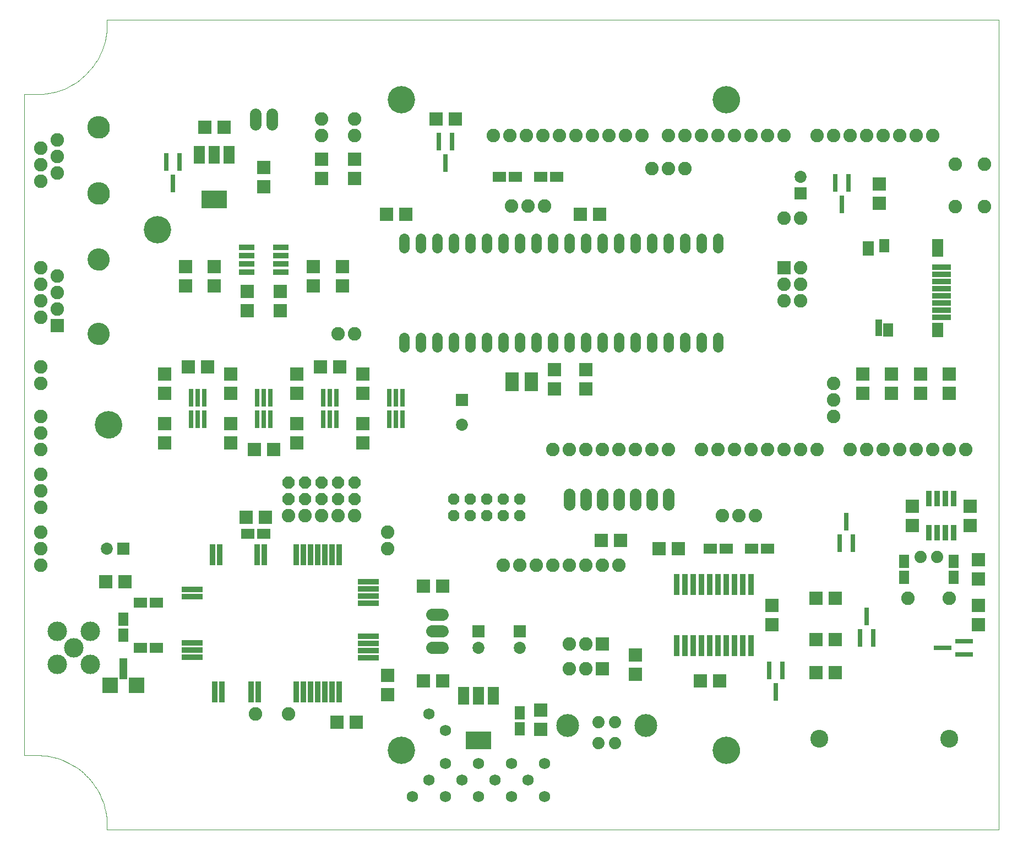
<source format=gts>
G75*
G70*
%OFA0B0*%
%FSLAX24Y24*%
%IPPOS*%
%LPD*%
%AMOC8*
5,1,8,0,0,1.08239X$1,22.5*
%
%ADD10C,0.0640*%
%ADD11C,0.0820*%
%ADD12R,0.0789X0.0631*%
%ADD13C,0.0740*%
%ADD14C,0.1386*%
%ADD15R,0.0300X0.1100*%
%ADD16R,0.0320X0.0950*%
%ADD17R,0.0790X0.0789*%
%ADD18R,0.0789X0.0790*%
%ADD19R,0.0730X0.0730*%
%ADD20C,0.0730*%
%ADD21C,0.1080*%
%ADD22OC8,0.0680*%
%ADD23C,0.0714*%
%ADD24R,0.1100X0.0300*%
%ADD25R,0.0789X0.1180*%
%ADD26R,0.1163X0.0356*%
%ADD27R,0.0671X0.1064*%
%ADD28R,0.0671X0.0907*%
%ADD29R,0.0592X0.0789*%
%ADD30R,0.0395X0.1045*%
%ADD31R,0.0631X0.0789*%
%ADD32R,0.0690X0.0867*%
%ADD33R,0.0320X0.1280*%
%ADD34R,0.0820X0.0820*%
%ADD35C,0.0720*%
%ADD36R,0.0340X0.1280*%
%ADD37R,0.1280X0.0340*%
%ADD38C,0.1180*%
%ADD39OC8,0.0720*%
%ADD40R,0.0480X0.1280*%
%ADD41R,0.0920X0.0960*%
%ADD42C,0.0000*%
%ADD43C,0.1340*%
%ADD44C,0.1360*%
%ADD45R,0.0950X0.0320*%
%ADD46C,0.1655*%
%ADD47R,0.0680X0.1080*%
%ADD48R,0.1530X0.1080*%
%ADD49C,0.0680*%
D10*
X026175Y032395D02*
X026175Y032955D01*
X027175Y032955D02*
X027175Y032395D01*
X028175Y032395D02*
X028175Y032955D01*
X029175Y032955D02*
X029175Y032395D01*
X030175Y032395D02*
X030175Y032955D01*
X031175Y032955D02*
X031175Y032395D01*
X032175Y032395D02*
X032175Y032955D01*
X033175Y032955D02*
X033175Y032395D01*
X034175Y032395D02*
X034175Y032955D01*
X035175Y032955D02*
X035175Y032395D01*
X036175Y032395D02*
X036175Y032955D01*
X037175Y032955D02*
X037175Y032395D01*
X038175Y032395D02*
X038175Y032955D01*
X039175Y032955D02*
X039175Y032395D01*
X040175Y032395D02*
X040175Y032955D01*
X041175Y032955D02*
X041175Y032395D01*
X042175Y032395D02*
X042175Y032955D01*
X043175Y032955D02*
X043175Y032395D01*
X044175Y032395D02*
X044175Y032955D01*
X045175Y032955D02*
X045175Y032395D01*
X045175Y038395D02*
X045175Y038955D01*
X044175Y038955D02*
X044175Y038395D01*
X043175Y038395D02*
X043175Y038955D01*
X042175Y038955D02*
X042175Y038395D01*
X041175Y038395D02*
X041175Y038955D01*
X040175Y038955D02*
X040175Y038395D01*
X039175Y038395D02*
X039175Y038955D01*
X038175Y038955D02*
X038175Y038395D01*
X037175Y038395D02*
X037175Y038955D01*
X036175Y038955D02*
X036175Y038395D01*
X035175Y038395D02*
X035175Y038955D01*
X034175Y038955D02*
X034175Y038395D01*
X033175Y038395D02*
X033175Y038955D01*
X032175Y038955D02*
X032175Y038395D01*
X031175Y038395D02*
X031175Y038955D01*
X030175Y038955D02*
X030175Y038395D01*
X029175Y038395D02*
X029175Y038955D01*
X028175Y038955D02*
X028175Y038395D01*
X027175Y038395D02*
X027175Y038955D01*
X026175Y038955D02*
X026175Y038395D01*
D11*
X032675Y040925D03*
X033675Y040925D03*
X034675Y040925D03*
X034575Y045175D03*
X033575Y045175D03*
X032575Y045175D03*
X031575Y045175D03*
X035575Y045175D03*
X036575Y045175D03*
X037575Y045175D03*
X038575Y045175D03*
X039575Y045175D03*
X040575Y045175D03*
X042175Y045175D03*
X043175Y045175D03*
X044175Y045175D03*
X045175Y045175D03*
X046175Y045175D03*
X047175Y045175D03*
X048175Y045175D03*
X049175Y045175D03*
X051175Y045175D03*
X052175Y045175D03*
X053175Y045175D03*
X054175Y045175D03*
X055175Y045175D03*
X056175Y045175D03*
X057175Y045175D03*
X058175Y045175D03*
X059535Y043455D03*
X061315Y043455D03*
X061315Y040895D03*
X059535Y040895D03*
X050175Y040175D03*
X049175Y040175D03*
X050175Y037175D03*
X050175Y036175D03*
X049175Y036175D03*
X049175Y035175D03*
X050175Y035175D03*
X052175Y030175D03*
X052175Y029175D03*
X052175Y028175D03*
X051175Y026175D03*
X050175Y026175D03*
X049175Y026175D03*
X048175Y026175D03*
X047175Y026175D03*
X046175Y026175D03*
X045175Y026175D03*
X044175Y026175D03*
X042175Y026175D03*
X041175Y026175D03*
X040175Y026175D03*
X039175Y026175D03*
X038175Y026175D03*
X037175Y026175D03*
X036175Y026175D03*
X035175Y026175D03*
X045425Y022175D03*
X046425Y022175D03*
X047425Y022175D03*
X053175Y026175D03*
X054175Y026175D03*
X055175Y026175D03*
X056175Y026175D03*
X057175Y026175D03*
X058175Y026175D03*
X059175Y026175D03*
X060175Y026175D03*
X059175Y017175D03*
X056675Y017175D03*
X039175Y019175D03*
X038175Y019175D03*
X037175Y019175D03*
X036175Y019175D03*
X035175Y019175D03*
X034175Y019175D03*
X033175Y019175D03*
X032175Y019175D03*
X036175Y014425D03*
X037175Y014425D03*
X037175Y012925D03*
X036175Y012925D03*
X025175Y020175D03*
X025175Y021175D03*
X023175Y022175D03*
X022175Y022175D03*
X021175Y022175D03*
X020175Y022175D03*
X019175Y022175D03*
X004175Y022675D03*
X004175Y023675D03*
X004175Y024675D03*
X004175Y026175D03*
X004175Y027175D03*
X004175Y028175D03*
X004175Y030175D03*
X004175Y031175D03*
X004175Y034175D03*
X005175Y034675D03*
X004175Y035175D03*
X005175Y035675D03*
X004175Y036175D03*
X005175Y036675D03*
X004175Y037175D03*
X004175Y042425D03*
X005175Y042925D03*
X004175Y043425D03*
X005175Y043925D03*
X004175Y044425D03*
X005175Y044925D03*
X021175Y045175D03*
X021175Y046175D03*
X023175Y046175D03*
X023175Y045175D03*
X041175Y043175D03*
X042175Y043175D03*
X043175Y043175D03*
X023175Y033175D03*
X022175Y033175D03*
X004175Y021175D03*
X004175Y020175D03*
X004175Y019175D03*
X017175Y010175D03*
X019175Y010175D03*
D12*
X011157Y014175D03*
X010193Y014175D03*
X010193Y016925D03*
X011157Y016925D03*
X016693Y021075D03*
X017657Y021075D03*
X044693Y020175D03*
X045657Y020175D03*
X047193Y020175D03*
X048157Y020175D03*
X035407Y042675D03*
X034443Y042675D03*
X032907Y042675D03*
X031943Y042675D03*
D13*
X057425Y019675D03*
X058425Y019675D03*
X038917Y009675D03*
X037933Y009675D03*
X037933Y008415D03*
X038917Y008415D03*
D14*
X040795Y009478D03*
X036055Y009478D03*
D15*
X048275Y012825D03*
X049075Y012825D03*
X048675Y011525D03*
X053775Y014775D03*
X054575Y014775D03*
X054175Y016075D03*
X053325Y020525D03*
X052525Y020525D03*
X052925Y021825D03*
X026075Y028025D03*
X025675Y028025D03*
X025275Y028025D03*
X025275Y029325D03*
X025675Y029325D03*
X026075Y029325D03*
X022075Y029325D03*
X021675Y029325D03*
X021275Y029325D03*
X021275Y028025D03*
X021675Y028025D03*
X022075Y028025D03*
X018075Y028025D03*
X017675Y028025D03*
X017275Y028025D03*
X017275Y029325D03*
X017675Y029325D03*
X018075Y029325D03*
X014075Y029325D03*
X013675Y029325D03*
X013275Y029325D03*
X013275Y028025D03*
X013675Y028025D03*
X014075Y028025D03*
X012175Y042275D03*
X011775Y043575D03*
X012575Y043575D03*
X028275Y044825D03*
X029075Y044825D03*
X028675Y043525D03*
X052275Y042325D03*
X053075Y042325D03*
X052675Y041025D03*
D16*
X057925Y023205D03*
X058425Y023205D03*
X058925Y023205D03*
X059425Y023205D03*
X059425Y021145D03*
X058925Y021145D03*
X058425Y021145D03*
X057925Y021145D03*
D17*
X056925Y021585D03*
X056925Y022765D03*
X060425Y022765D03*
X060425Y021585D03*
X060925Y019515D03*
X060925Y018335D03*
X060925Y016765D03*
X060925Y015585D03*
X048425Y015585D03*
X048425Y016765D03*
X040175Y013765D03*
X040175Y012585D03*
X034425Y010415D03*
X034425Y009235D03*
X025175Y011335D03*
X025175Y012515D03*
X023675Y026585D03*
X023675Y027765D03*
X023675Y029585D03*
X023675Y030765D03*
X019675Y030765D03*
X019675Y029585D03*
X019675Y027765D03*
X019675Y026585D03*
X015675Y026585D03*
X015675Y027765D03*
X015675Y029585D03*
X015675Y030765D03*
X011675Y030765D03*
X011675Y029585D03*
X011675Y027765D03*
X011675Y026585D03*
X016675Y034585D03*
X016675Y035765D03*
X018675Y035765D03*
X018675Y034585D03*
X020675Y036085D03*
X020675Y037265D03*
X022425Y037265D03*
X022425Y036085D03*
X014675Y036085D03*
X014675Y037265D03*
X012925Y037265D03*
X012925Y036085D03*
X017675Y042085D03*
X017675Y043265D03*
X021175Y043765D03*
X023175Y043765D03*
X023175Y042585D03*
X021175Y042585D03*
X035275Y031015D03*
X037175Y031015D03*
X037175Y029835D03*
X035275Y029835D03*
X053925Y029585D03*
X055675Y029585D03*
X055675Y030765D03*
X053925Y030765D03*
X057425Y030765D03*
X057425Y029585D03*
X059175Y029585D03*
X059175Y030765D03*
X054925Y041085D03*
X054925Y042265D03*
D18*
X038015Y040425D03*
X036835Y040425D03*
X029265Y046175D03*
X028085Y046175D03*
X026265Y040425D03*
X025085Y040425D03*
X015265Y045675D03*
X014085Y045675D03*
X014265Y031175D03*
X013085Y031175D03*
X017085Y026175D03*
X018265Y026175D03*
X017765Y022075D03*
X016585Y022075D03*
X009265Y018175D03*
X008085Y018175D03*
X022085Y009675D03*
X023265Y009675D03*
X027335Y012175D03*
X028515Y012175D03*
X028515Y017925D03*
X027335Y017925D03*
X038085Y020675D03*
X039265Y020675D03*
X041585Y020175D03*
X042765Y020175D03*
X051085Y017175D03*
X052265Y017175D03*
X052265Y014675D03*
X051085Y014675D03*
X051085Y012675D03*
X052265Y012675D03*
X045265Y012175D03*
X044085Y012175D03*
X022265Y031175D03*
X021085Y031175D03*
D19*
X029675Y029175D03*
X009175Y020175D03*
X030675Y015175D03*
X033175Y015175D03*
X050175Y041675D03*
D20*
X050175Y042675D03*
X029675Y027675D03*
X008175Y020175D03*
X030675Y014175D03*
X033175Y014175D03*
D21*
X051301Y008675D03*
X059175Y008675D03*
D22*
X033175Y022175D03*
X033175Y023175D03*
X032175Y023175D03*
X032175Y022175D03*
X031175Y022175D03*
X031175Y023175D03*
X030175Y023175D03*
X030175Y022175D03*
X029175Y022175D03*
X029175Y023175D03*
D23*
X036175Y022858D02*
X036175Y023492D01*
X037175Y023492D02*
X037175Y022858D01*
X038175Y022858D02*
X038175Y023492D01*
X039175Y023492D02*
X039175Y022858D01*
X040175Y022858D02*
X040175Y023492D01*
X041175Y023492D02*
X041175Y022858D01*
X042175Y022858D02*
X042175Y023492D01*
X018175Y045858D02*
X018175Y046492D01*
X017175Y046492D02*
X017175Y045858D01*
D24*
X060075Y014575D03*
X058775Y014175D03*
X060075Y013775D03*
D25*
X033865Y030275D03*
X032685Y030275D03*
D26*
X058716Y034175D03*
X058716Y034608D03*
X058716Y035041D03*
X058716Y035474D03*
X058716Y035907D03*
X058716Y036340D03*
X058716Y036773D03*
X058716Y037206D03*
D27*
X058470Y038368D03*
D28*
X058470Y033427D03*
D29*
X055478Y033407D03*
D30*
X054888Y033535D03*
D31*
X055222Y038506D03*
X056425Y019407D03*
X056425Y018443D03*
X059425Y018443D03*
X059425Y019407D03*
X033175Y010257D03*
X033175Y009293D03*
X009175Y014943D03*
X009175Y015907D03*
D32*
X054268Y038348D03*
D33*
X047175Y018025D03*
X046675Y018025D03*
X046175Y018025D03*
X045675Y018025D03*
X045175Y018025D03*
X044675Y018025D03*
X044175Y018025D03*
X043675Y018025D03*
X043175Y018025D03*
X042675Y018025D03*
X042675Y014325D03*
X043175Y014325D03*
X043675Y014325D03*
X044175Y014325D03*
X044675Y014325D03*
X045175Y014325D03*
X045675Y014325D03*
X046175Y014325D03*
X046675Y014325D03*
X047175Y014325D03*
D34*
X038175Y014425D03*
X038175Y012925D03*
X005175Y033675D03*
X049175Y037175D03*
D35*
X028495Y016175D02*
X027855Y016175D01*
X027855Y015175D02*
X028495Y015175D01*
X028495Y014175D02*
X027855Y014175D01*
D36*
X022218Y011527D03*
X021785Y011527D03*
X021352Y011527D03*
X020919Y011527D03*
X020486Y011527D03*
X020053Y011527D03*
X019620Y011527D03*
X017336Y011527D03*
X016903Y011527D03*
X015132Y011527D03*
X014699Y011527D03*
X014581Y019823D03*
X015014Y019823D03*
X017258Y019823D03*
X017691Y019823D03*
X019620Y019823D03*
X020053Y019823D03*
X020486Y019823D03*
X020919Y019823D03*
X021352Y019823D03*
X021785Y019823D03*
X022218Y019823D03*
D37*
X024004Y018195D03*
X024004Y017762D03*
X024004Y017329D03*
X024004Y016895D03*
X024004Y014888D03*
X024004Y014455D03*
X024004Y014021D03*
X024004Y013588D03*
X013346Y013628D03*
X013346Y014061D03*
X013346Y014494D03*
X013346Y017289D03*
X013346Y017722D03*
D38*
X007175Y015175D03*
X006175Y014175D03*
X005175Y013175D03*
X007175Y013175D03*
X005175Y015175D03*
D39*
X019175Y023175D03*
X019175Y024175D03*
X020175Y024175D03*
X021175Y024175D03*
X022175Y024175D03*
X023175Y024175D03*
X023175Y023175D03*
X022175Y023175D03*
X021175Y023175D03*
X020175Y023175D03*
D40*
X009175Y012925D03*
D41*
X008375Y011925D03*
X009975Y011925D03*
D42*
X003675Y007675D02*
X003884Y007682D01*
X004093Y007679D01*
X004301Y007665D01*
X004509Y007642D01*
X004715Y007608D01*
X004919Y007564D01*
X005121Y007510D01*
X005320Y007447D01*
X005516Y007374D01*
X005708Y007291D01*
X005895Y007199D01*
X006078Y007097D01*
X006256Y006987D01*
X006428Y006869D01*
X006594Y006742D01*
X006753Y006607D01*
X006906Y006464D01*
X007051Y006314D01*
X007189Y006157D01*
X007320Y005994D01*
X007442Y005824D01*
X007555Y005649D01*
X007660Y005468D01*
X007756Y005282D01*
X007842Y005092D01*
X007919Y004898D01*
X007987Y004700D01*
X008044Y004499D01*
X008092Y004296D01*
X008130Y004090D01*
X008157Y003883D01*
X008175Y003675D01*
X008175Y003175D01*
X062175Y003175D01*
X062175Y052175D01*
X008175Y052175D01*
X008175Y051675D01*
X008158Y051473D01*
X008132Y051272D01*
X008096Y051073D01*
X008051Y050875D01*
X007996Y050680D01*
X007932Y050488D01*
X007859Y050299D01*
X007777Y050113D01*
X007687Y049932D01*
X007588Y049756D01*
X007480Y049584D01*
X007365Y049417D01*
X007242Y049256D01*
X007111Y049102D01*
X006973Y048953D01*
X006828Y048811D01*
X006677Y048677D01*
X006519Y048550D01*
X006355Y048430D01*
X006186Y048318D01*
X006012Y048215D01*
X005833Y048120D01*
X005650Y048033D01*
X005463Y047956D01*
X005272Y047887D01*
X005079Y047827D01*
X004882Y047777D01*
X004684Y047736D01*
X004484Y047705D01*
X004282Y047683D01*
X004080Y047671D01*
X003878Y047668D01*
X003675Y047675D01*
X003175Y047675D01*
X003175Y007675D01*
X003675Y007675D01*
X025203Y007990D02*
X025205Y008046D01*
X025211Y008101D01*
X025221Y008155D01*
X025234Y008209D01*
X025252Y008262D01*
X025273Y008313D01*
X025297Y008363D01*
X025325Y008411D01*
X025357Y008457D01*
X025391Y008501D01*
X025429Y008542D01*
X025469Y008580D01*
X025512Y008615D01*
X025557Y008647D01*
X025605Y008676D01*
X025654Y008702D01*
X025705Y008724D01*
X025757Y008742D01*
X025811Y008756D01*
X025866Y008767D01*
X025921Y008774D01*
X025976Y008777D01*
X026032Y008776D01*
X026087Y008771D01*
X026142Y008762D01*
X026196Y008750D01*
X026249Y008733D01*
X026301Y008713D01*
X026351Y008689D01*
X026399Y008662D01*
X026446Y008632D01*
X026490Y008598D01*
X026532Y008561D01*
X026570Y008521D01*
X026607Y008479D01*
X026640Y008434D01*
X026669Y008388D01*
X026696Y008339D01*
X026718Y008288D01*
X026738Y008236D01*
X026753Y008182D01*
X026765Y008128D01*
X026773Y008073D01*
X026777Y008018D01*
X026777Y007962D01*
X026773Y007907D01*
X026765Y007852D01*
X026753Y007798D01*
X026738Y007744D01*
X026718Y007692D01*
X026696Y007641D01*
X026669Y007592D01*
X026640Y007546D01*
X026607Y007501D01*
X026570Y007459D01*
X026532Y007419D01*
X026490Y007382D01*
X026446Y007348D01*
X026399Y007318D01*
X026351Y007291D01*
X026301Y007267D01*
X026249Y007247D01*
X026196Y007230D01*
X026142Y007218D01*
X026087Y007209D01*
X026032Y007204D01*
X025976Y007203D01*
X025921Y007206D01*
X025866Y007213D01*
X025811Y007224D01*
X025757Y007238D01*
X025705Y007256D01*
X025654Y007278D01*
X025605Y007304D01*
X025557Y007333D01*
X025512Y007365D01*
X025469Y007400D01*
X025429Y007438D01*
X025391Y007479D01*
X025357Y007523D01*
X025325Y007569D01*
X025297Y007617D01*
X025273Y007667D01*
X025252Y007718D01*
X025234Y007771D01*
X025221Y007825D01*
X025211Y007879D01*
X025205Y007934D01*
X025203Y007990D01*
X044888Y007990D02*
X044890Y008046D01*
X044896Y008101D01*
X044906Y008155D01*
X044919Y008209D01*
X044937Y008262D01*
X044958Y008313D01*
X044982Y008363D01*
X045010Y008411D01*
X045042Y008457D01*
X045076Y008501D01*
X045114Y008542D01*
X045154Y008580D01*
X045197Y008615D01*
X045242Y008647D01*
X045290Y008676D01*
X045339Y008702D01*
X045390Y008724D01*
X045442Y008742D01*
X045496Y008756D01*
X045551Y008767D01*
X045606Y008774D01*
X045661Y008777D01*
X045717Y008776D01*
X045772Y008771D01*
X045827Y008762D01*
X045881Y008750D01*
X045934Y008733D01*
X045986Y008713D01*
X046036Y008689D01*
X046084Y008662D01*
X046131Y008632D01*
X046175Y008598D01*
X046217Y008561D01*
X046255Y008521D01*
X046292Y008479D01*
X046325Y008434D01*
X046354Y008388D01*
X046381Y008339D01*
X046403Y008288D01*
X046423Y008236D01*
X046438Y008182D01*
X046450Y008128D01*
X046458Y008073D01*
X046462Y008018D01*
X046462Y007962D01*
X046458Y007907D01*
X046450Y007852D01*
X046438Y007798D01*
X046423Y007744D01*
X046403Y007692D01*
X046381Y007641D01*
X046354Y007592D01*
X046325Y007546D01*
X046292Y007501D01*
X046255Y007459D01*
X046217Y007419D01*
X046175Y007382D01*
X046131Y007348D01*
X046084Y007318D01*
X046036Y007291D01*
X045986Y007267D01*
X045934Y007247D01*
X045881Y007230D01*
X045827Y007218D01*
X045772Y007209D01*
X045717Y007204D01*
X045661Y007203D01*
X045606Y007206D01*
X045551Y007213D01*
X045496Y007224D01*
X045442Y007238D01*
X045390Y007256D01*
X045339Y007278D01*
X045290Y007304D01*
X045242Y007333D01*
X045197Y007365D01*
X045154Y007400D01*
X045114Y007438D01*
X045076Y007479D01*
X045042Y007523D01*
X045010Y007569D01*
X044982Y007617D01*
X044958Y007667D01*
X044937Y007718D01*
X044919Y007771D01*
X044906Y007825D01*
X044896Y007879D01*
X044890Y007934D01*
X044888Y007990D01*
X007486Y027675D02*
X007488Y027731D01*
X007494Y027786D01*
X007504Y027840D01*
X007517Y027894D01*
X007535Y027947D01*
X007556Y027998D01*
X007580Y028048D01*
X007608Y028096D01*
X007640Y028142D01*
X007674Y028186D01*
X007712Y028227D01*
X007752Y028265D01*
X007795Y028300D01*
X007840Y028332D01*
X007888Y028361D01*
X007937Y028387D01*
X007988Y028409D01*
X008040Y028427D01*
X008094Y028441D01*
X008149Y028452D01*
X008204Y028459D01*
X008259Y028462D01*
X008315Y028461D01*
X008370Y028456D01*
X008425Y028447D01*
X008479Y028435D01*
X008532Y028418D01*
X008584Y028398D01*
X008634Y028374D01*
X008682Y028347D01*
X008729Y028317D01*
X008773Y028283D01*
X008815Y028246D01*
X008853Y028206D01*
X008890Y028164D01*
X008923Y028119D01*
X008952Y028073D01*
X008979Y028024D01*
X009001Y027973D01*
X009021Y027921D01*
X009036Y027867D01*
X009048Y027813D01*
X009056Y027758D01*
X009060Y027703D01*
X009060Y027647D01*
X009056Y027592D01*
X009048Y027537D01*
X009036Y027483D01*
X009021Y027429D01*
X009001Y027377D01*
X008979Y027326D01*
X008952Y027277D01*
X008923Y027231D01*
X008890Y027186D01*
X008853Y027144D01*
X008815Y027104D01*
X008773Y027067D01*
X008729Y027033D01*
X008682Y027003D01*
X008634Y026976D01*
X008584Y026952D01*
X008532Y026932D01*
X008479Y026915D01*
X008425Y026903D01*
X008370Y026894D01*
X008315Y026889D01*
X008259Y026888D01*
X008204Y026891D01*
X008149Y026898D01*
X008094Y026909D01*
X008040Y026923D01*
X007988Y026941D01*
X007937Y026963D01*
X007888Y026989D01*
X007840Y027018D01*
X007795Y027050D01*
X007752Y027085D01*
X007712Y027123D01*
X007674Y027164D01*
X007640Y027208D01*
X007608Y027254D01*
X007580Y027302D01*
X007556Y027352D01*
X007535Y027403D01*
X007517Y027456D01*
X007504Y027510D01*
X007494Y027564D01*
X007488Y027619D01*
X007486Y027675D01*
X007045Y033175D02*
X007047Y033225D01*
X007053Y033275D01*
X007063Y033324D01*
X007077Y033372D01*
X007094Y033419D01*
X007115Y033464D01*
X007140Y033508D01*
X007168Y033549D01*
X007200Y033588D01*
X007234Y033625D01*
X007271Y033659D01*
X007311Y033689D01*
X007353Y033716D01*
X007397Y033740D01*
X007443Y033761D01*
X007490Y033777D01*
X007538Y033790D01*
X007588Y033799D01*
X007637Y033804D01*
X007688Y033805D01*
X007738Y033802D01*
X007787Y033795D01*
X007836Y033784D01*
X007884Y033769D01*
X007930Y033751D01*
X007975Y033729D01*
X008018Y033703D01*
X008059Y033674D01*
X008098Y033642D01*
X008134Y033607D01*
X008166Y033569D01*
X008196Y033529D01*
X008223Y033486D01*
X008246Y033442D01*
X008265Y033396D01*
X008281Y033348D01*
X008293Y033299D01*
X008301Y033250D01*
X008305Y033200D01*
X008305Y033150D01*
X008301Y033100D01*
X008293Y033051D01*
X008281Y033002D01*
X008265Y032954D01*
X008246Y032908D01*
X008223Y032864D01*
X008196Y032821D01*
X008166Y032781D01*
X008134Y032743D01*
X008098Y032708D01*
X008059Y032676D01*
X008018Y032647D01*
X007975Y032621D01*
X007930Y032599D01*
X007884Y032581D01*
X007836Y032566D01*
X007787Y032555D01*
X007738Y032548D01*
X007688Y032545D01*
X007637Y032546D01*
X007588Y032551D01*
X007538Y032560D01*
X007490Y032573D01*
X007443Y032589D01*
X007397Y032610D01*
X007353Y032634D01*
X007311Y032661D01*
X007271Y032691D01*
X007234Y032725D01*
X007200Y032762D01*
X007168Y032801D01*
X007140Y032842D01*
X007115Y032886D01*
X007094Y032931D01*
X007077Y032978D01*
X007063Y033026D01*
X007053Y033075D01*
X007047Y033125D01*
X007045Y033175D01*
X007045Y037675D02*
X007047Y037725D01*
X007053Y037775D01*
X007063Y037824D01*
X007077Y037872D01*
X007094Y037919D01*
X007115Y037964D01*
X007140Y038008D01*
X007168Y038049D01*
X007200Y038088D01*
X007234Y038125D01*
X007271Y038159D01*
X007311Y038189D01*
X007353Y038216D01*
X007397Y038240D01*
X007443Y038261D01*
X007490Y038277D01*
X007538Y038290D01*
X007588Y038299D01*
X007637Y038304D01*
X007688Y038305D01*
X007738Y038302D01*
X007787Y038295D01*
X007836Y038284D01*
X007884Y038269D01*
X007930Y038251D01*
X007975Y038229D01*
X008018Y038203D01*
X008059Y038174D01*
X008098Y038142D01*
X008134Y038107D01*
X008166Y038069D01*
X008196Y038029D01*
X008223Y037986D01*
X008246Y037942D01*
X008265Y037896D01*
X008281Y037848D01*
X008293Y037799D01*
X008301Y037750D01*
X008305Y037700D01*
X008305Y037650D01*
X008301Y037600D01*
X008293Y037551D01*
X008281Y037502D01*
X008265Y037454D01*
X008246Y037408D01*
X008223Y037364D01*
X008196Y037321D01*
X008166Y037281D01*
X008134Y037243D01*
X008098Y037208D01*
X008059Y037176D01*
X008018Y037147D01*
X007975Y037121D01*
X007930Y037099D01*
X007884Y037081D01*
X007836Y037066D01*
X007787Y037055D01*
X007738Y037048D01*
X007688Y037045D01*
X007637Y037046D01*
X007588Y037051D01*
X007538Y037060D01*
X007490Y037073D01*
X007443Y037089D01*
X007397Y037110D01*
X007353Y037134D01*
X007311Y037161D01*
X007271Y037191D01*
X007234Y037225D01*
X007200Y037262D01*
X007168Y037301D01*
X007140Y037342D01*
X007115Y037386D01*
X007094Y037431D01*
X007077Y037478D01*
X007063Y037526D01*
X007053Y037575D01*
X007047Y037625D01*
X007045Y037675D01*
X010439Y039486D02*
X010441Y039542D01*
X010447Y039597D01*
X010457Y039651D01*
X010470Y039705D01*
X010488Y039758D01*
X010509Y039809D01*
X010533Y039859D01*
X010561Y039907D01*
X010593Y039953D01*
X010627Y039997D01*
X010665Y040038D01*
X010705Y040076D01*
X010748Y040111D01*
X010793Y040143D01*
X010841Y040172D01*
X010890Y040198D01*
X010941Y040220D01*
X010993Y040238D01*
X011047Y040252D01*
X011102Y040263D01*
X011157Y040270D01*
X011212Y040273D01*
X011268Y040272D01*
X011323Y040267D01*
X011378Y040258D01*
X011432Y040246D01*
X011485Y040229D01*
X011537Y040209D01*
X011587Y040185D01*
X011635Y040158D01*
X011682Y040128D01*
X011726Y040094D01*
X011768Y040057D01*
X011806Y040017D01*
X011843Y039975D01*
X011876Y039930D01*
X011905Y039884D01*
X011932Y039835D01*
X011954Y039784D01*
X011974Y039732D01*
X011989Y039678D01*
X012001Y039624D01*
X012009Y039569D01*
X012013Y039514D01*
X012013Y039458D01*
X012009Y039403D01*
X012001Y039348D01*
X011989Y039294D01*
X011974Y039240D01*
X011954Y039188D01*
X011932Y039137D01*
X011905Y039088D01*
X011876Y039042D01*
X011843Y038997D01*
X011806Y038955D01*
X011768Y038915D01*
X011726Y038878D01*
X011682Y038844D01*
X011635Y038814D01*
X011587Y038787D01*
X011537Y038763D01*
X011485Y038743D01*
X011432Y038726D01*
X011378Y038714D01*
X011323Y038705D01*
X011268Y038700D01*
X011212Y038699D01*
X011157Y038702D01*
X011102Y038709D01*
X011047Y038720D01*
X010993Y038734D01*
X010941Y038752D01*
X010890Y038774D01*
X010841Y038800D01*
X010793Y038829D01*
X010748Y038861D01*
X010705Y038896D01*
X010665Y038934D01*
X010627Y038975D01*
X010593Y039019D01*
X010561Y039065D01*
X010533Y039113D01*
X010509Y039163D01*
X010488Y039214D01*
X010470Y039267D01*
X010457Y039321D01*
X010447Y039375D01*
X010441Y039430D01*
X010439Y039486D01*
X007035Y041675D02*
X007037Y041725D01*
X007043Y041775D01*
X007053Y041824D01*
X007066Y041873D01*
X007084Y041920D01*
X007105Y041966D01*
X007129Y042009D01*
X007157Y042051D01*
X007188Y042091D01*
X007222Y042128D01*
X007259Y042162D01*
X007299Y042193D01*
X007341Y042221D01*
X007384Y042245D01*
X007430Y042266D01*
X007477Y042284D01*
X007526Y042297D01*
X007575Y042307D01*
X007625Y042313D01*
X007675Y042315D01*
X007725Y042313D01*
X007775Y042307D01*
X007824Y042297D01*
X007873Y042284D01*
X007920Y042266D01*
X007966Y042245D01*
X008009Y042221D01*
X008051Y042193D01*
X008091Y042162D01*
X008128Y042128D01*
X008162Y042091D01*
X008193Y042051D01*
X008221Y042009D01*
X008245Y041966D01*
X008266Y041920D01*
X008284Y041873D01*
X008297Y041824D01*
X008307Y041775D01*
X008313Y041725D01*
X008315Y041675D01*
X008313Y041625D01*
X008307Y041575D01*
X008297Y041526D01*
X008284Y041477D01*
X008266Y041430D01*
X008245Y041384D01*
X008221Y041341D01*
X008193Y041299D01*
X008162Y041259D01*
X008128Y041222D01*
X008091Y041188D01*
X008051Y041157D01*
X008009Y041129D01*
X007966Y041105D01*
X007920Y041084D01*
X007873Y041066D01*
X007824Y041053D01*
X007775Y041043D01*
X007725Y041037D01*
X007675Y041035D01*
X007625Y041037D01*
X007575Y041043D01*
X007526Y041053D01*
X007477Y041066D01*
X007430Y041084D01*
X007384Y041105D01*
X007341Y041129D01*
X007299Y041157D01*
X007259Y041188D01*
X007222Y041222D01*
X007188Y041259D01*
X007157Y041299D01*
X007129Y041341D01*
X007105Y041384D01*
X007084Y041430D01*
X007066Y041477D01*
X007053Y041526D01*
X007043Y041575D01*
X007037Y041625D01*
X007035Y041675D01*
X007035Y045675D02*
X007037Y045725D01*
X007043Y045775D01*
X007053Y045824D01*
X007066Y045873D01*
X007084Y045920D01*
X007105Y045966D01*
X007129Y046009D01*
X007157Y046051D01*
X007188Y046091D01*
X007222Y046128D01*
X007259Y046162D01*
X007299Y046193D01*
X007341Y046221D01*
X007384Y046245D01*
X007430Y046266D01*
X007477Y046284D01*
X007526Y046297D01*
X007575Y046307D01*
X007625Y046313D01*
X007675Y046315D01*
X007725Y046313D01*
X007775Y046307D01*
X007824Y046297D01*
X007873Y046284D01*
X007920Y046266D01*
X007966Y046245D01*
X008009Y046221D01*
X008051Y046193D01*
X008091Y046162D01*
X008128Y046128D01*
X008162Y046091D01*
X008193Y046051D01*
X008221Y046009D01*
X008245Y045966D01*
X008266Y045920D01*
X008284Y045873D01*
X008297Y045824D01*
X008307Y045775D01*
X008313Y045725D01*
X008315Y045675D01*
X008313Y045625D01*
X008307Y045575D01*
X008297Y045526D01*
X008284Y045477D01*
X008266Y045430D01*
X008245Y045384D01*
X008221Y045341D01*
X008193Y045299D01*
X008162Y045259D01*
X008128Y045222D01*
X008091Y045188D01*
X008051Y045157D01*
X008009Y045129D01*
X007966Y045105D01*
X007920Y045084D01*
X007873Y045066D01*
X007824Y045053D01*
X007775Y045043D01*
X007725Y045037D01*
X007675Y045035D01*
X007625Y045037D01*
X007575Y045043D01*
X007526Y045053D01*
X007477Y045066D01*
X007430Y045084D01*
X007384Y045105D01*
X007341Y045129D01*
X007299Y045157D01*
X007259Y045188D01*
X007222Y045222D01*
X007188Y045259D01*
X007157Y045299D01*
X007129Y045341D01*
X007105Y045384D01*
X007084Y045430D01*
X007066Y045477D01*
X007053Y045526D01*
X007043Y045575D01*
X007037Y045625D01*
X007035Y045675D01*
X025203Y047360D02*
X025205Y047416D01*
X025211Y047471D01*
X025221Y047525D01*
X025234Y047579D01*
X025252Y047632D01*
X025273Y047683D01*
X025297Y047733D01*
X025325Y047781D01*
X025357Y047827D01*
X025391Y047871D01*
X025429Y047912D01*
X025469Y047950D01*
X025512Y047985D01*
X025557Y048017D01*
X025605Y048046D01*
X025654Y048072D01*
X025705Y048094D01*
X025757Y048112D01*
X025811Y048126D01*
X025866Y048137D01*
X025921Y048144D01*
X025976Y048147D01*
X026032Y048146D01*
X026087Y048141D01*
X026142Y048132D01*
X026196Y048120D01*
X026249Y048103D01*
X026301Y048083D01*
X026351Y048059D01*
X026399Y048032D01*
X026446Y048002D01*
X026490Y047968D01*
X026532Y047931D01*
X026570Y047891D01*
X026607Y047849D01*
X026640Y047804D01*
X026669Y047758D01*
X026696Y047709D01*
X026718Y047658D01*
X026738Y047606D01*
X026753Y047552D01*
X026765Y047498D01*
X026773Y047443D01*
X026777Y047388D01*
X026777Y047332D01*
X026773Y047277D01*
X026765Y047222D01*
X026753Y047168D01*
X026738Y047114D01*
X026718Y047062D01*
X026696Y047011D01*
X026669Y046962D01*
X026640Y046916D01*
X026607Y046871D01*
X026570Y046829D01*
X026532Y046789D01*
X026490Y046752D01*
X026446Y046718D01*
X026399Y046688D01*
X026351Y046661D01*
X026301Y046637D01*
X026249Y046617D01*
X026196Y046600D01*
X026142Y046588D01*
X026087Y046579D01*
X026032Y046574D01*
X025976Y046573D01*
X025921Y046576D01*
X025866Y046583D01*
X025811Y046594D01*
X025757Y046608D01*
X025705Y046626D01*
X025654Y046648D01*
X025605Y046674D01*
X025557Y046703D01*
X025512Y046735D01*
X025469Y046770D01*
X025429Y046808D01*
X025391Y046849D01*
X025357Y046893D01*
X025325Y046939D01*
X025297Y046987D01*
X025273Y047037D01*
X025252Y047088D01*
X025234Y047141D01*
X025221Y047195D01*
X025211Y047249D01*
X025205Y047304D01*
X025203Y047360D01*
X044888Y047360D02*
X044890Y047416D01*
X044896Y047471D01*
X044906Y047525D01*
X044919Y047579D01*
X044937Y047632D01*
X044958Y047683D01*
X044982Y047733D01*
X045010Y047781D01*
X045042Y047827D01*
X045076Y047871D01*
X045114Y047912D01*
X045154Y047950D01*
X045197Y047985D01*
X045242Y048017D01*
X045290Y048046D01*
X045339Y048072D01*
X045390Y048094D01*
X045442Y048112D01*
X045496Y048126D01*
X045551Y048137D01*
X045606Y048144D01*
X045661Y048147D01*
X045717Y048146D01*
X045772Y048141D01*
X045827Y048132D01*
X045881Y048120D01*
X045934Y048103D01*
X045986Y048083D01*
X046036Y048059D01*
X046084Y048032D01*
X046131Y048002D01*
X046175Y047968D01*
X046217Y047931D01*
X046255Y047891D01*
X046292Y047849D01*
X046325Y047804D01*
X046354Y047758D01*
X046381Y047709D01*
X046403Y047658D01*
X046423Y047606D01*
X046438Y047552D01*
X046450Y047498D01*
X046458Y047443D01*
X046462Y047388D01*
X046462Y047332D01*
X046458Y047277D01*
X046450Y047222D01*
X046438Y047168D01*
X046423Y047114D01*
X046403Y047062D01*
X046381Y047011D01*
X046354Y046962D01*
X046325Y046916D01*
X046292Y046871D01*
X046255Y046829D01*
X046217Y046789D01*
X046175Y046752D01*
X046131Y046718D01*
X046084Y046688D01*
X046036Y046661D01*
X045986Y046637D01*
X045934Y046617D01*
X045881Y046600D01*
X045827Y046588D01*
X045772Y046579D01*
X045717Y046574D01*
X045661Y046573D01*
X045606Y046576D01*
X045551Y046583D01*
X045496Y046594D01*
X045442Y046608D01*
X045390Y046626D01*
X045339Y046648D01*
X045290Y046674D01*
X045242Y046703D01*
X045197Y046735D01*
X045154Y046770D01*
X045114Y046808D01*
X045076Y046849D01*
X045042Y046893D01*
X045010Y046939D01*
X044982Y046987D01*
X044958Y047037D01*
X044937Y047088D01*
X044919Y047141D01*
X044906Y047195D01*
X044896Y047249D01*
X044890Y047304D01*
X044888Y047360D01*
D43*
X007675Y037675D03*
X007675Y033175D03*
D44*
X007675Y041675D03*
X007675Y045675D03*
D45*
X016645Y038425D03*
X016645Y037925D03*
X016645Y037425D03*
X016645Y036925D03*
X018705Y036925D03*
X018705Y037425D03*
X018705Y037925D03*
X018705Y038425D03*
D46*
X011226Y039486D03*
X025990Y047360D03*
X045675Y047360D03*
X008273Y027675D03*
X025990Y007990D03*
X045675Y007990D03*
D47*
X031581Y011275D03*
X030675Y011275D03*
X029769Y011275D03*
X015581Y044025D03*
X014675Y044025D03*
X013769Y044025D03*
D48*
X014675Y041325D03*
X030675Y008575D03*
D49*
X028675Y009175D03*
X027675Y010175D03*
X028675Y007175D03*
X027675Y006175D03*
X026675Y005175D03*
X028675Y005175D03*
X029675Y006175D03*
X030675Y007175D03*
X031675Y006175D03*
X032675Y007175D03*
X033675Y006175D03*
X034675Y007175D03*
X034675Y005175D03*
X032675Y005175D03*
X030675Y005175D03*
M02*

</source>
